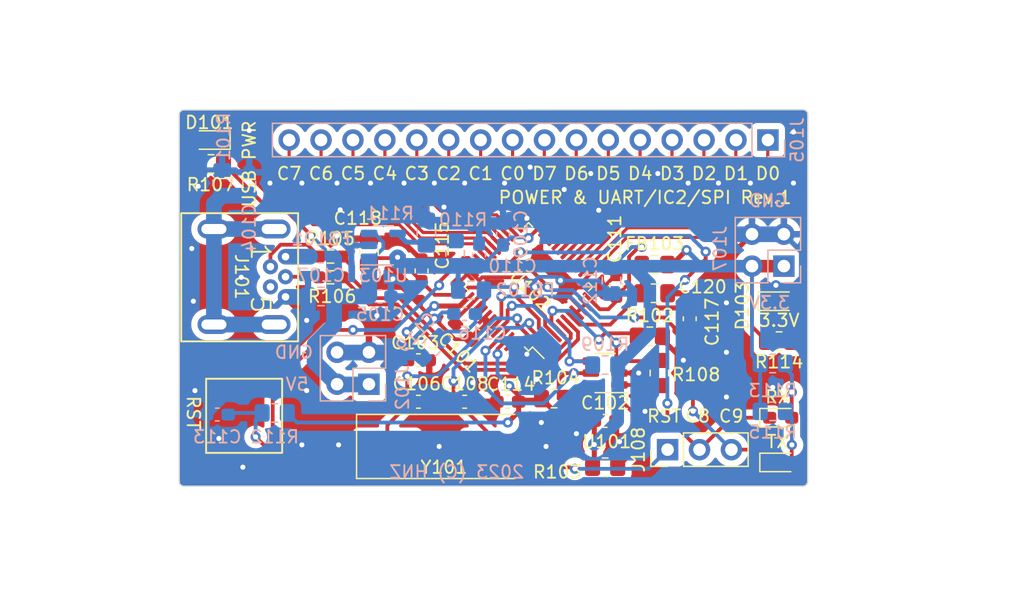
<source format=kicad_pcb>
(kicad_pcb (version 20221018) (generator pcbnew)
  (layers (0 "F.Cu" signal) (31 "B.Cu" signal) (34 "B.Paste" user) (35 "F.Paste" user) (36 "B.SilkS" user "B.Silkscreen") (37 "F.SilkS" user "F.Silkscreen") (38 "B.Mask" user) (39 "F.Mask" user) (44 "Edge.Cuts" user))
  (net 0 "")
  (net 1 "Net-(C101-Pad1)")
  (net 2 "GND")
  (net 3 "+3.3V")
  (net 4 "Net-(C106-Pad1)")
  (net 5 "Net-(D101-Pad2)")
  (net 6 "Net-(D102-Pad2)")
  (net 7 "Net-(FB101-Pad1)")
  (net 8 "Net-(J101-Pad3)")
  (net 9 "Net-(J101-Pad2)")
  (net 10 "Net-(R103-Pad2)")
  (net 12 "Net-(C103-Pad1)")
  (net 13 "Net-(C104-Pad1)")
  (net 14 "Net-(C105-Pad1)")
  (net 15 "Net-(C108-Pad1)")
  (net 16 "/~{RESET}")
  (net 17 "/VPHY")
  (net 18 "/VPLL")
  (net 19 "/ACBUS8")
  (net 20 "Net-(D103-Pad2)")
  (net 21 "/ACBUS9")
  (net 22 "Net-(D104-Pad2)")
  (net 23 "/ADBUS0")
  (net 24 "/ADBUS1")
  (net 25 "/ADBUS2")
  (net 26 "/ADBUS3")
  (net 27 "/ADBUS4")
  (net 28 "/ADBUS5")
  (net 29 "/ADBUS6")
  (net 30 "/ADBUS7")
  (net 31 "/ACBUS0")
  (net 32 "/ACBUS1")
  (net 33 "/ACBUS2")
  (net 34 "/ACBUS3")
  (net 35 "/ACBUS4")
  (net 36 "/ACBUS5")
  (net 37 "/ACBUS6")
  (net 38 "/ACBUS7")
  (net 39 "Net-(R102-Pad1)")
  (net 40 "Net-(R104-Pad2)")
  (net 41 "Net-(R105-Pad2)")
  (net 42 "Net-(R106-Pad2)")
  (net 43 "Net-(R108-Pad1)")
  (net 44 "Net-(R109-Pad2)")
  (net 45 "Net-(R110-Pad2)")
  (footprint "tbctl:LED_0603_1608Metric_Pad1.05x0.95mm_HandSolder" (layer "F.Cu") (at 111.252 53.34)
    (fp_text reference "D103")
    (fp_text value "LED RED")
  )
  (footprint "Package_TO_SOT_SMD:SOT-23-6" (layer "F.Cu") (at 97.409 59.055 180)
    (fp_text reference "U101")
    (fp_text value "93LCxxBxxOT")
  )
  (footprint "tbctl:LED_0603_1608Metric_Pad1.05x0.95mm_HandSolder" (layer "F.Cu") (at 65.913 40.513 180)
    (fp_text reference "D101")
    (fp_text value "LED RED")
  )
  (footprint "Capacitor_SMD:C_0805_2012Metric_Pad1.18x1.45mm_HandSolder" (layer "F.Cu") (at 101.346 52.705)
    (fp_text reference "C120")
    (fp_text value "4.7uF/50v")
  )
  (footprint "Capacitor_SMD:C_0603_1608Metric_Pad1.08x0.95mm_HandSolder" (layer "F.Cu") (at 82.804 50.927 90)
    (fp_text reference "C115")
    (fp_text value "0.1uF/50v")
  )
  (footprint "tbctl:usb mini B connector c2235 dim 2" (layer "F.Cu") (at 67.976 51.395 -90)
    (fp_text reference "J101")
    (fp_text value "USB_B_Mini")
  )
  (footprint "Capacitor_SMD:C_0603_1608Metric_Pad1.08x0.95mm_HandSolder" (layer "F.Cu") (at 89.662 61.341 180)
    (fp_text reference "C114")
    (fp_text value "0.1uF/50v")
  )
  (footprint "tbctl:R_0805_2012Metric_Pad1.20x1.40mm_HandSolder" (layer "F.Cu") (at 100.965 56.134)
    (fp_text reference "R102")
    (fp_text value "12K 1%")
  )
  (footprint "Capacitor_SMD:C_0603_1608Metric_Pad1.08x0.95mm_HandSolder" (layer "F.Cu") (at 104.14 54.737 -90)
    (fp_text reference "C117")
    (fp_text value "0.1uF/50v")
  )
  (footprint "tbctl:LED_0603_1608Metric_Pad1.05x0.95mm_HandSolder" (layer "F.Cu") (at 111.379 62.611)
    (fp_text reference "D102" hide)
    (fp_text value "LED RED")
  )
  (footprint "Capacitor_SMD:C_0603_1608Metric_Pad1.08x0.95mm_HandSolder" (layer "F.Cu") (at 97.409 62.865)
    (fp_text reference "C102")
    (fp_text value "0.1uF/50v")
  )
  (footprint "tbctl:R_0805_2012Metric_Pad1.20x1.40mm_HandSolder" (layer "F.Cu") (at 97.409 66.548)
    (fp_text reference "R103")
    (fp_text value "10K")
  )
  (footprint "Resistor_SMD:R_0603_1608Metric_Pad0.98x0.95mm_HandSolder" (layer "F.Cu") (at 75.565 51.435)
    (fp_text reference "R106")
    (fp_text value "0R")
  )
  (footprint "Package_QFP:LQFP-48_7x7mm_P0.5mm" (layer "F.Cu") (at 91.313 52.197 135)
    (fp_text reference "U102")
    (fp_text value "FT232HL")
  )
  (footprint "tbctl:R_0805_2012Metric_Pad1.20x1.40mm_HandSolder" (layer "F.Cu") (at 93.345 61.087)
    (fp_text reference "R104")
    (fp_text value "10K")
  )
  (footprint "Crystal:Crystal_SMD_HC49-SD" (layer "F.Cu") (at 84.328 64.897)
    (fp_text reference "Y101")
    (fp_text value "Crystal 12MHz")
  )
  (footprint "tbctl:R_0805_2012Metric_Pad1.20x1.40mm_HandSolder" (layer "F.Cu") (at 101.727 59.055 -90)
    (fp_text reference "R108")
    (fp_text value "2K")
  )
  (footprint "Capacitor_SMD:C_0603_1608Metric_Pad1.08x0.95mm_HandSolder" (layer "F.Cu") (at 98.298 52.07 90)
    (fp_text reference "C111")
    (fp_text value "0.1uF/50v")
  )
  (footprint "tbctl:TS-06104" (layer "F.Cu") (at 68.707 65.659 90)
    (fp_text reference "SW101" hide)
    (fp_text value "TS-06104" hide)
  )
  (footprint "Capacitor_SMD:C_0603_1608Metric_Pad1.08x0.95mm_HandSolder" (layer "F.Cu") (at 82.55 58.039)
    (fp_text reference "C103")
    (fp_text value "0.1uF/50v")
  )
  (footprint "Connector_PinHeader_2.54mm:PinHeader_1x03_P2.54mm_Vertical" (layer "F.Cu") (at 102.377 65.151 90)
    (fp_text reference "J108")
    (fp_text value "PinHeader_01x03_vertical_2.54mm")
  )
  (footprint "Capacitor_SMD:C_0603_1608Metric_Pad1.08x0.95mm_HandSolder" (layer "F.Cu") (at 86.106 55.753 -45)
    (fp_text reference "C101")
    (fp_text value "0.1uF/50v")
  )
  (footprint "tbctl:R_0805_2012Metric_Pad1.20x1.40mm_HandSolder" (layer "F.Cu") (at 66.04 42.418 180)
    (fp_text reference "R107")
    (fp_text value "1K")
  )
  (footprint "Resistor_SMD:R_0603_1608Metric_Pad0.98x0.95mm_HandSolder" (layer "F.Cu") (at 75.565 49.784)
    (fp_text reference "R105")
    (fp_text value "0R")
  )
  (footprint "Capacitor_SMD:C_0805_2012Metric_Pad1.18x1.45mm_HandSolder" (layer "F.Cu") (at 78.613 49.403 90)
    (fp_text reference "C118")
    (fp_text value "4.7uF/50v")
  )
  (footprint "tbctl:LED_0603_1608Metric_Pad1.05x0.95mm_HandSolder" (layer "F.Cu") (at 111.379 66.167)
    (fp_text reference "D104" hide)
    (fp_text value "LED RED")
  )
  (footprint "Capacitor_SMD:C_0603_1608Metric_Pad1.08x0.95mm_HandSolder" (layer "F.Cu") (at 82.55 61.341)
    (fp_text reference "C106")
    (fp_text value "27pF/50v")
  )
  (footprint "tbctl:R_0805_2012Metric_Pad1.20x1.40mm_HandSolder" (layer "F.Cu") (at 111.252 56.515)
    (fp_text reference "R114")
    (fp_text value "330")
  )
  (footprint "Inductor_SMD:L_0805_2012Metric_Pad1.15x1.40mm_HandSolder" (layer "F.Cu") (at 101.346 50.419 180)
    (fp_text reference "FB103")
    (fp_text value "BK2125HS601-T")
  )
  (footprint "Capacitor_SMD:C_0603_1608Metric_Pad1.08x0.95mm_HandSolder" (layer "F.Cu") (at 86.233 61.341)
    (fp_text reference "C108")
    (fp_text value "27pF/50v")
  )
  (footprint "Capacitor_SMD:C_0603_1608Metric_Pad1.08x0.95mm_HandSolder" (layer "B.Cu") (at 69.088 43.942 90)
    (fp_text reference "C104")
    (fp_text value "0.1uF/50v")
  )
  (footprint "Package_TO_SOT_SMD:SOT-23-5" (layer "B.Cu") (at 79.756 48.895)
    (fp_text reference "U103")
    (fp_text value "SPX3819M5-L" hide)
  )
  (footprint "tbctl:R_0805_2012Metric_Pad1.20x1.40mm_HandSolder" (layer "B.Cu") (at 83.185 47.879 90)
    (fp_text reference "R111")
    (fp_text value "12K 1%")
  )
  (footprint "Capacitor_SMD:C_0805_2012Metric_Pad1.18x1.45mm_HandSolder" (layer "B.Cu") (at 74.803 52.959 180)
    (fp_text reference "C107")
    (fp_text value "10uF/16v" hide)
  )
  (footprint "Connector_PinHeader_2.54mm:PinHeader_1x16_P2.54mm_Vertical" (layer "B.Cu") (at 110.363 40.513 90)
    (fp_text reference "J105")
    (fp_text value "PinHeader 01x16 DOWN-PORT" hide)
  )
  (footprint "Capacitor_SMD:C_0603_1608Metric_Pad1.08x0.95mm_HandSolder" (layer "B.Cu") (at 79.502 52.959)
    (fp_text reference "C105")
    (fp_text value "0.1uF/50v")
  )
  (footprint "tbctl:R_0805_2012Metric_Pad1.20x1.40mm_HandSolder" (layer "B.Cu") (at 71.12 62.23 180)
    (fp_text reference "R112")
    (fp_text value "10K")
  )
  (footprint "tbctl:R_0805_2012Metric_Pad1.20x1.40mm_HandSolder" (layer "B.Cu") (at 110.744 62.103)
    (fp_text reference "R115")
    (fp_text value "220")
  )
  (footprint "Connector_PinHeader_2.54mm:PinHeader_2x02_P2.54mm_Vertical" (layer "B.Cu") (at 78.613 59.944 90)
    (fp_text reference "J102")
    (fp_text value "PinHeader 02x02 5V")
  )
  (footprint "tbctl:R_0805_2012Metric_Pad1.20x1.40mm_HandSolder" (layer "B.Cu") (at 110.744 58.293)
    (fp_text reference "R113")
    (fp_text value "220")
  )
  (footprint "Capacitor_SMD:C_0603_1608Metric_Pad1.08x0.95mm_HandSolder" (layer "B.Cu") (at 89.281 48.006 90)
    (fp_text reference "C109")
    (fp_text value "0.1uF/50v")
  )
  (footprint "Connector_PinHeader_2.54mm:PinHeader_2x02_P2.54mm_Vertical" (layer "B.Cu") (at 111.633 50.546 90)
    (fp_text reference "J107")
    (fp_text value "PinHeader 02x02 3.3V")
  )
  (footprint "tbctl:L_0603_1608Metric_Pad1.05x0.95mm_HandSolder" (layer "B.Cu") (at 74.803 49.784)
    (fp_text reference "FB101")
    (fp_text value "BLM18RK102SN1" hide)
  )
  (footprint "Capacitor_SMD:C_0603_1608Metric_Pad1.08x0.95mm_HandSolder" (layer "B.Cu") (at 87.376 49.657 90)
    (fp_text reference "C110")
    (fp_text value "0.1uF/50v")
  )
  (footprint "Capacitor_SMD:C_0603_1608Metric_Pad1.08x0.95mm_HandSolder" (layer "B.Cu") (at 86.233 54.356 180)
    (fp_text reference "C116")
    (fp_text value "0.1uF/50v")
  )
  (footprint "Inductor_SMD:L_0805_2012Metric_Pad1.15x1.40mm_HandSolder" (layer "B.Cu") (at 86.741 52.451)
    (fp_text reference "FB102")
    (fp_text value "BK2125HS601-T")
  )
  (footprint "tbctl:R_0805_2012Metric_Pad1.20x1.40mm_HandSolder" (layer "B.Cu") (at 97.409 58.42 180)
    (fp_text reference "R109")
    (fp_text value "10K")
  )
  (footprint "Capacitor_SMD:C_0603_1608Metric_Pad1.08x0.95mm_HandSolder" (layer "B.Cu") (at 66.548 62.357 180)
    (fp_text reference "C113")
    (fp_text value "0.1uF/50v")
  )
  (footprint "Capacitor_SMD:C_0805_2012Metric_Pad1.18x1.45mm_HandSolder" (layer "B.Cu") (at 97.917 51.689 -90)
    (fp_text reference "C112")
    (fp_text value "10uF/16v")
  )
  (footprint "Capacitor_SMD:C_0805_2012Metric_Pad1.18x1.45mm_HandSolder" (layer "B.Cu") (at 83.566 57.023 -135)
    (fp_text reference "C119")
    (fp_text value "4.7uF/50v")
  )
  (footprint "tbctl:R_0805_2012Metric_Pad1.20x1.40mm_HandSolder" (layer "B.Cu") (at 66.929 43.942 90)
    (fp_text reference "R101")
    (fp_text value "10K")
  )
  (footprint "tbctl:R_0805_2012Metric_Pad1.20x1.40mm_HandSolder" (layer "B.Cu") (at 85.471 49.53 90)
    (fp_text reference "R110")
    (fp_text value "20K 1%")
  )
  (gr_line (start 113.538 38.481) (end 113.522592 67.675592) (stroke (width 0.1)) (layer "Edge.Cuts"))
  (gr_line (start 63.896408 38.115408) (end 113.157 38.1) (stroke (width 0.1)) (layer "Edge.Cuts"))
  (gr_arc (start 63.515408 38.496408) (mid 63.627 38.227) (end 63.896408 38.115408) (stroke (width 0.1)) (layer "Edge.Cuts"))
  (gr_arc (start 113.522592 67.675592) (mid 113.411 67.945) (end 113.141592 68.056592) (stroke (width 0.1)) (layer "Edge.Cuts"))
  (gr_arc (start 113.157 38.1) (mid 113.426408 38.211592) (end 113.538 38.481) (stroke (width 0.1)) (layer "Edge.Cuts"))
  (gr_line (start 63.515408 67.675592) (end 63.515408 38.496408) (stroke (width 0.1)) (layer "Edge.Cuts"))
  (gr_arc (start 63.896408 68.056592) (mid 63.627 67.945) (end 63.515408 67.675592) (stroke (width 0.1)) (layer "Edge.Cuts"))
  (gr_line (start 113.141592 68.056592) (end 63.896408 68.056592) (stroke (width 0.1)) (layer "Edge.Cuts"))
  (gr_text "5V" (at 72.898 59.944) (layer "B.SilkS") (effects (font (size 1 1)) (justify mirror)))
  (gr_text "3.3V" (at 110.49 53.467) (layer "B.SilkS") (effects (font (size 1 1)) (justify mirror)))
  (gr_text "2023 (C) HNZ" (at 85.598 66.929) (layer "B.SilkS") (effects (font (size 1 1)) (justify mirror)))
  (gr_text "GND" (at 72.644 57.404) (layer "B.SilkS") (effects (font (size 1 1)) (justify mirror)))
  (gr_text "GND" (at 110.363 45.339) (layer "B.SilkS") (effects (font (size 1 1)) (justify mirror)))
  (gr_text "C7" (at 72.263 43.18) (layer "F.SilkS") (effects (font (size 1 1))))
  (gr_text "3.3V" (at 111.252 54.864) (layer "F.SilkS") (effects (font (size 1 1))))
  (gr_text "D0" (at 110.363 43.18) (layer "F.SilkS") (effects (font (size 1 1))))
  (gr_text "C1" (at 87.503 43.18) (layer "F.SilkS") (effects (font (size 1 1))))
  (gr_text "C0" (at 90.043 43.18) (layer "F.SilkS") (effects (font (size 1 1))))
  (gr_text "C5" (at 77.343 43.18) (layer "F.SilkS") (effects (font (size 1 1))))
  (gr_text "RX" (at 111.125 60.96) (layer "F.SilkS") (effects (font (size 1 1))))
  (gr_text "TX" (at 111.125 64.516) (layer "F.SilkS") (effects (font (size 1 1))))
  (gr_text "C2" (at 84.963 43.18) (layer "F.SilkS") (effects (font (size 1 1))))
  (gr_text "C3" (at 82.423 43.18) (layer "F.SilkS") (effects (font (size 1 1))))
  (gr_text "C4" (at 79.883 43.18) (layer "F.SilkS") (effects (font (size 1 1))))
  (gr_text "RST" (at 102.108 62.484) (layer "F.SilkS") (effects (font (size 1 1))))
  (gr_text "D2" (at 105.283 43.18) (layer "F.SilkS") (effects (font (size 1 1))))
  (gr_text "C9" (at 107.442 62.484) (layer "F.SilkS") (effects (font (size 1 1))))
  (gr_text "C8" (at 104.775 62.484) (layer "F.SilkS") (effects (font (size 1 1))))
  (gr_text "D4" (at 100.203 43.18) (layer "F.SilkS") (effects (font (size 1 1))))
  (gr_text "POWER & UART/IC2/SPI Rev.1" (at 100.584 45.085) (layer "F.SilkS") (effects (font (size 1 1))))
  (gr_text "C6" (at 74.803 43.18) (layer "F.SilkS") (effects (font (size 1 1))))
  (gr_text "D1" (at 107.823 43.18) (layer "F.SilkS") (effects (font (size 1 1))))
  (gr_text "RST" (at 64.643 62.23 270) (layer "F.SilkS") (effects (font (size 1 1))))
  (gr_text "D5" (at 97.663 43.18) (layer "F.SilkS") (effects (font (size 1 1))))
  (gr_text "D7" (at 92.583 43.18) (layer "F.SilkS") (effects (font (size 1 1))))
  (gr_text "D3" (at 102.743 43.18) (layer "F.SilkS") (effects (font (size 1 1))))
  (gr_text "USB PWR" (at 69.088 42.418 90) (layer "F.SilkS") (effects (font (size 1 1))))
  (gr_text "D6" (at 95.123 43.18) (layer "F.SilkS") (effects (font (size 1 1))))
  (segment (start 86.778678 53.549342) (end 85.49612 54.8319) (width 0.3) (layer "F.Cu") (net 1))
  (segment (start 85.49612 54.8319) (end 85.49612 55.14312) (width 0.3) (layer "F.Cu") (net 1))
  (segment (start 85.462377 56.36288) (end 86.71588 56.36288) (width 0.3) (layer "F.Cu") (net 2))
  (segment (start 87.376 51.689) (end 86.778678 51.091678) (width 0.3) (layer "F.Cu") (net 2))
  (segment (start 104.14 55.5995) (end 105.283 54.4565) (width 0.4) (layer "F.Cu") (net 2))
  (segment (start 110.377 52.691) (end 110.998 52.07) (width 0.4) (layer "F.Cu") (net 2))
  (segment (start 92.89562 46.355) (end 91.567 46.355) (width 0.3) (layer "F.Cu") (net 2))
  (segment (start 86.778678 51.091678) (end 86.778678 50.844658) (width 0.3) (layer "F.Cu") (net 2))
  (segment (start 87.63 51.435) (end 87.376 51.689) (width 0.3) (layer "F.Cu") (net 2))
  (segment (start 105.4735 51.6255) (end 109.088 48.011) (width 0.4) (layer "F.Cu") (net 2))
  (segment (start 93.018895 48.016231) (end 92.329 48.706126) (width 0.3) (layer "F.Cu") (net 2))
  (segment (start 88.192891 54.963555) (end 87.839338 54.610002) (width 0.3) (layer "F.Cu") (net 2))
  (segment (start 83.822081 54.722584) (end 85.462377 56.36288) (width 0.3) (layer "F.Cu") (net 2))
  (segment (start 83.822081 54.722584) (end 83.678584 54.722584) (width 0.3) (layer "F.Cu") (net 2))
  (segment (start 98.5465 59.055) (end 100.076 59.055) (width 0.3) (layer "F.Cu") (net 2))
  (segment (start 93.258279 47.069739) (end 93.258279 46.717659) (width 0.3) (layer "F.Cu") (net 2))
  (segment (start 101.965 56.372) (end 103.632 58.039) (width 0.4) (layer "F.Cu") (net 2))
  (segment (start 76.3055 48.3655) (end 76.073 48.133) (width 0.4) (layer "F.Cu") (net 2))
  (segment (start 91.804503 52.197) (end 91.042503 51.435) (width 0.3) (layer "F.Cu") (net 2))
  (segment (start 91.948 59.563) (end 91.71225 59.32725) (width 0.3) (layer "F.Cu") (net 2))
  (segment (start 110.377 53.34) (end 110.377 52.691) (width 0.4) (layer "F.Cu") (net 2))
  (segment (start 92.329 50.165) (end 93.853 51.689) (width 0.3) (layer "F.Cu") (net 2))
  (segment (start 81.105 48.3655) (end 82.804 50.0645) (width 0.4) (layer "F.Cu") (net 2))
  (segment (start 87.0955 60.6055) (end 87.0955 61.341) (width 0.3) (layer "F.Cu") (net 2))
  (segment (start 92.665342 47.662678) (end 93.018895 48.016231) (width 0.3) (layer "F.Cu") (net 2))
  (segment (start 88.37375 59.32725) (end 87.0955 60.6055) (width 0.3) (layer "F.Cu") (net 2))
  (segment (start 92.329 48.706126) (end 92.329 50.165) (width 0.3) (layer "F.Cu") (net 2))
  (segment (start 91.042503 51.435) (end 87.63 51.435) (width 0.3) (layer "F.Cu") (net 2))
  (segment (start 89.960658 56.731322) (end 90.365822 56.731322) (width 0.3) (layer "F.Cu") (net 2))
  (segment (start 102.3835 52.705) (end 104.394 52.705) (width 0.4) (layer "F.Cu") (net 2))
  (segment (start 93.258279 46.717659) (end 92.89562 46.355) (width 0.3) (layer "F.Cu") (net 2))
  (segment (start 78.613 48.3655) (end 76.3055 48.3655) (width 0.4) (layer "F.Cu") (net 2))
  (segment (start 87.921676 54.69234) (end 88.192891 54.963555) (width 0.3) (layer "F.Cu") (net 2))
  (segment (start 86.778678 50.844658) (end 86.425124 51.198212) (width 0.3) (layer "F.Cu") (net 2))
  (segment (start 91.567 46.355) (end 91.186 46.736) (width 0.3) (layer "F.Cu") (net 2))
  (segment (start 105.283 54.4565) (end 105.283 51.816) (width 0.4) (layer "F.Cu") (net 2))
  (segment (start 90.365822 56.731322) (end 91.186 57.5515) (width 0.3) (layer "F.Cu") (net 2))
  (segment (start 87.839338 55.239422) (end 86.71588 56.36288) (width 0.3) (layer "F.Cu") (net 2))
  (segment (start 92.665342 47.662678) (end 93.258279 47.069739) (width 0.3) (layer "F.Cu") (net 2))
  (segment (start 98.298 51.2075) (end 97.256203 52.249297) (width 0.3) (layer "F.Cu") (net 2))
  (segment (start 95.140215 54.256449) (end 95.847322 53.549342) (width 0.3) (layer "F.Cu") (net 2))
  (segment (start 101.965 56.134) (end 101.965 56.372) (width 0.4) (layer "F.Cu") (net 2))
  (segment (start 93.372449 56.024215) (end 92.633064 55.28483) (width 0.3) (layer "F.Cu") (net 2))
  (segment (start 87.839338 54.610002) (end 87.839338 55.239422) (width 0.3) (layer "F.Cu") (net 2))
  (segment (start 91.804503 53.736664) (end 92.633064 54.565225) (width 0.3) (layer "F.Cu") (net 2))
  (segment (start 83.678584 54.722584) (end 80.518 51.562) (width 0.3) (layer "F.Cu") (net 2))
  (segment (start 104.394 52.705) (end 105.4735 51.6255) (width 0.4) (layer "F.Cu") (net 2))
  (segment (start 78.613 48.3655) (end 81.105 48.3655) (width 0.4) (layer "F.Cu") (net 2))
  (segment (start 91.71225 59.32725) (end 88.37375 59.32725) (width 0.3) (layer "F.Cu") (net 2))
  (segment (start 94.413297 52.249297) (end 93.853 51.689) (width 0.3) (layer "F.Cu") (net 2))
  (segment (start 91.804503 52.197) (end 91.804503 53.736664) (width 0.3) (layer "F.Cu") (net 2))
  (segment (start 92.633064 55.28483) (end 92.633064 54.565225) (width 0.3) (layer "F.Cu") (net 2))
  (segment (start 105.283 51.816) (end 105.4735 51.6255) (width 0.4) (layer "F.Cu") (net 2))
  (segment (start 97.256203 52.249297) (end 94.413297 52.249297) (width 0.3) (layer "F.Cu") (net 2))
  (via (at 96.901 46.101) (size 0.8) (drill 0.4) (layers "F.Cu" "B.Cu") (net 2))
  (via (at 91.44 42.672) (size 0.8) (drill 0.4) (layers "F.Cu" "B.Cu") (net 2))
  (via (at 64.77 60.452) (size 0.8) (drill 0.4) (layers "F.Cu" "B.Cu") (net 2))
  (via (at 86.233 43.942) (size 0.8) (drill 0.4) (layers "F.Cu" "B.Cu") (net 2))
  (via (at 107.061 53.467) (size 0.8) (drill 0.4) (layers "F.Cu" "B.Cu") (net 2))
  (via (at 92.329 62.992) (size 0.8) (drill 0.4) (layers "F.Cu" "B.Cu") (net 2))
  (via (at 73.279 43.942) (size 0.8) (drill 0.4) (layers "F.Cu" "B.Cu") (net 2))
  (via (at 73.66 60.452) (size 0.8) (drill 0.4) (layers "F.Cu" "B.Cu") (net 2))
  (via (at 107.061 57.404) (size 0.8) (drill 0.4) (layers "F.Cu" "B.Cu") (net 2))
  (via (at 89.408 43.942) (size 0.8) (drill 0.4) (layers "F.Cu" "B.Cu") (net 2))
  (via (at 96.266 43.18) (size 0.8) (drill 0.4) (layers "F.Cu" "B.Cu") (net 2))
  (via (at 112.395 43.942) (size 0.8) (drill 0.4) (layers "F.Cu" "B.Cu") (net 2))
  (via (at 73.66 54.864) (size 0.8) (drill 0.4) (layers "F.Cu" "B.Cu") (net 2))
  (via (at 64.516 49.149) (size 0.8) (drill 0.4) (layers "F.Cu" "B.Cu") (net 2))
  (via (at 73.279 64.77) (size 0.8) (drill 0.4) (layers "F.Cu" "B.Cu") (net 2))
  (via (at 103.632 58.039) (size 0.8) (drill 0.4) (layers "F.Cu" "B.Cu") (net 2))
  (via (at 86.868 59.817) (size 0.8) (drill 0.4) (layers "F.Cu" "B.Cu") (net 2))
  (via (at 106.426 43.942) (size 0.8) (drill 0.4) (layers "F.Cu" "B.Cu") (net 2))
  (via (at 110.998 52.07) (size 0.8) (drill 0.4) (layers "F.Cu" "B.Cu") (net 2))
  (via (at 68.453 51.435) (size 0.8) (drill 0.4) (layers "F.Cu" "B.Cu") (net 2))
  (via (at 79.248 54.483) (size 0.8) (drill 0.4) (layers "F.Cu" "B.Cu") (net 2))
  (via (at 91.948 59.563) (size 0.8) (drill 0.4) (layers "F.Cu" "B.Cu") (net 2))
  (via (at 78.74 43.942) (size 0.8) (drill 0.4) (layers "F.Cu" "B.Cu") (net 2))
  (via (at 84.201 64.897) (size 0.8) (drill 0.4) (layers "F.Cu" "B.Cu") (net 2))
  (via (at 91.186 57.5515) (size 0.8) (drill 0.4) (layers "F.Cu" "B.Cu") (net 2))
  (via (at 70.739 43.942) (size 0.8) (drill 0.4) (layers "F.Cu" "B.Cu") (net 2))
  (via (at 66.675 64.262) (size 0.8) (drill 0.4) (layers "F.Cu" "B.Cu") (net 2))
  (via (at 76.2 64.77) (size 0.8) (drill 0.4) (layers "F.Cu" "B.Cu") (net 2))
  (via (at 95.123 63.881) (size 0.8) (drill 0.4) (layers "F.Cu" "B.Cu") (net 2))
  (via (at 91.186 46.736) (size 0.8) (drill 0.4) (layers "F.Cu" "B.Cu") (net 2))
  (via (at 100.584 62.103) (size 0.8) (drill 0.4) (layers "F.Cu" "B.Cu") (net 2))
  (via (at 92.71 64.897) (size 0.8) (drill 0.4) (layers "F.Cu" "B.Cu") (net 2))
  (via (at 112.395 39.878) (size 0.8) (drill 0.4) (layers "F.Cu" "B.Cu") (net 2))
  (via (at 84.582 45.847) (size 0.8) (drill 0.4) (layers "F.Cu" "B.Cu") (net 2))
  (via (at 83.82 43.942) (size 0.8) (drill 0.4) (layers "F.Cu" "B.Cu") (net 2))
  (via (at 81.407 43.942) (size 0.8) (drill 0.4) (layers "F.Cu" "B.Cu") (net 2))
  (via (at 93.853 51.689) (size 0.8) (drill 0.4) (layers "F.Cu" "B.Cu") (net 2))
  (via (at 65.024 44.196) (size 0.8) (drill 0.4) (layers "F.Cu" "B.Cu") (net 2))
  (via (at 98.552 64.516) (size 0.8) (drill 0.4) (layers "F.Cu" "B.Cu") (net 2))
  (via (at 94.152 44.45) (size 0.8) (drill 0.4) (layers "F.Cu" "B.Cu") (net 2))
  (via (at 68.58 66.548) (size 0.8) (drill 0.4) (layers "F.Cu" "B.Cu") (net 2))
  (via (at 76.073 48.133) (size 0.8) (drill 0.4) (layers "F.Cu" "B.Cu") (net 2))
  (via (at 80.518 51.562) (size 0.8) (drill 0.4) (layers "F.Cu" "B.Cu") (net 2))
  (via (at 69.088 39.751) (size 0.8) (drill 0.4) (layers "F.Cu" "B.Cu") (net 2))
  (via (at 110.744 60.198) (size 0.8) (drill 0.4) (layers "F.Cu" "B.Cu") (net 2))
  (via (at 91.804503 52.197) (size 0.8) (drill 0.4) (layers "F.Cu" "B.Cu") (net 2))
  (via (at 83.822081 54.722584) (size 0.8) (drill 0.4) (layers "F.Cu" "B.Cu") (net 2))
  (via (at 76.327 46.0695) (size 0.8) (drill 0.4) (layers "F.Cu" "B.Cu") (net 2))
  (via (at 104.013 43.942) (size 0.8) (drill 0.4) (layers "F.Cu" "B.Cu") (net 2))
  (via (at 100.076 59.055) (size 0.8) (drill 0.4) (layers "F.Cu" "B.Cu") (net 2))
  (via (at 107.061 60.96) (size 0.8) (drill 0.4) (layers "F.Cu" "B.Cu") (net 2))
  (via (at 101.6 43.18) (size 0.8) (drill 0.4) (layers "F.Cu" "B.Cu") (net 2))
  (via (at 64.643 53.34) (size 0.8) (drill 0.4) (layers "F.Cu" "B.Cu") (net 2))
  (via (at 108.966 43.942) (size 0.8) (drill 0.4) (layers "F.Cu" "B.Cu") (net 2))
  (via (at 76.073 43.942) (size 0.8) (drill 0.4) (layers "F.Cu" "B.Cu") (net 2))
  (segment (start 73.7655 54.7585) (end 73.66 54.864) (width 1.25) (layer "B.Cu") (net 2))
  (segment (start 65.6855 62.218675) (end 70.881175 57.023) (width 1) (layer "B.Cu") (net 2))
  (segment (start 100.076 61.595) (end 100.584 62.103) (width 0.3) (layer "B.Cu") (net 2))
  (segment (start 81.387 57.424) (end 82.499754 57.424) (width 1.25) (layer "B.Cu") (net 2))
  (segment (start 94.152 44.45) (end 91.739 46.863) (width 1.25) (layer "B.Cu") (net 2))
  (segment (start 105.396858 48.011) (end 101.835858 44.45) (width 1.25) (layer "B.Cu") (net 2))
  (segment (start 73.7295 52.995) (end 73.7655 52.959) (width 1.25) (layer "B.Cu") (net 2))
  (segment (start 101.835858 44.45) (end 94.152 44.45) (width 1.25) (layer "B.Cu") (net 2))
  (segment (start 92.109 51.401) (end 93.565 51.401) (width 0.3) (layer "B.Cu") (net 2))
  (segment (start 110.998 52.07) (end 112.395 52.07) (width 0.4) (layer "B.Cu") (net 2))
  (segment (start 78.608 57.424) (end 81.387 57.424) (width 1.25) (layer "B.Cu") (net 2))
  (segment (start 84.455 54.229) (end 85.2435 54.229) (width 0.3) (layer "B.Cu") (net 2))
  (segment (start 96.8795 51.689) (end 97.917 52.7265) (width 0.3) (layer "B.Cu") (net 2))
  (segment (start 113.03 51.435) (end 113.03 49.413) (width 0.4) (layer "B.Cu") (net 2))
  (segment (start 76.068 57.424) (end 78.608 57.424) (width 1.25) (layer "B.Cu") (net 2))
  (segment (start 91.739 46.863) (end 89.789 46.863) (width 1.25) (layer "B.Cu") (net 2))
  (segment (start 76.327 46.0695) (end 76.327 47.879) (width 1) (layer "B.Cu") (net 2))
  (segment (start 113.03 49.413) (end 111.628 48.011) (width 0.4) (layer "B.Cu") (net 2))
  (segment (start 112.395 52.07) (end 113.03 51.435) (width 0.4) (layer "B.Cu") (net 2))
  (segment (start 83.822081 54.722584) (end 81.387 57.157665) (width 0.4) (layer "B.Cu") (net 2))
  (segment (start 82.499754 57.424) (end 82.832377 57.756623) (width 1.25) (layer "B.Cu") (net 2))
  (segment (start 83.961416 54.722584) (end 84.455 54.229) (width 0.3) (layer "B.Cu") (net 2))
  (segment (start 83.822081 54.722584) (end 83.961416 54.722584) (width 0.3) (layer "B.Cu") (net 2))
  (segment (start 78.6185 48.895) (end 76.835 48.895) (width 0.4) (layer "B.Cu") (net 2))
  (segment (start 111.628 48.011) (end 105.396858 48.011) (width 1.25) (layer "B.Cu") (net 2))
  (segment (start 91.804503 52.197) (end 91.804503 51.705497) (width 0.3) (layer "B.Cu") (net 2))
  (segment (start 73.7655 52.959) (end 73.7655 54.7585) (width 1.25) (layer "B.Cu") (net 2))
  (segment (start 76.327 47.879) (end 76.073 48.133) (width 1) (layer "B.Cu") (net 2))
  (segment (start 76.327 46.0695) (end 78.4545 46.0695) (width 1) (layer "B.Cu") (net 2))
  (segment (start 100.076 59.055) (end 100.076 61.595) (width 0.3) (layer "B.Cu") (net 2))
  (segment (start 82.407 46.101) (end 83.185 46.879) (width 1) (layer "B.Cu") (net 2))
  (segment (start 93.853 51.689) (end 96.8795 51.689) (width 0.3) (layer "B.Cu") (net 2))
  (segment (start 70.881175 57.023) (end 72.167167 57.023) (width 1) (layer "B.Cu") (net 2))
  (segment (start 91.804503 51.705497) (end 92.109 51.401) (width 0.3) (layer "B.Cu") (net 2))
  (segment (start 93.565 51.401) (end 93.853 51.689) (width 0.3) (layer "B.Cu") (net 2))
  (segment (start 72.167167 57.023) (end 73.66 55.530167) (width 1) (layer "B.Cu") (net 2))
  (segment (start 83.4495 47.1435) (end 83.185 46.879) (width 1) (layer "B.Cu") (net 2))
  (segment (start 78.486 46.101) (end 82.407 46.101) (width 1) (layer "B.Cu") (net 2))
  (segment (start 81.387 57.157665) (end 81.387 57.424) (width 0.4) (layer "B.Cu") (net 2))
  (segment (start 73.66 55.530167) (end 73.66 54.864) (width 1) (layer "B.Cu") (net 2))
  (segment (start 78.4545 46.0695) (end 78.486 46.101) (width 1) (layer "B.Cu") (net 2))
  (segment (start 89.281 47.1435) (end 83.4495 47.1435) (width 1) (layer "B.Cu") (net 2))
  (segment (start 85.2435 54.229) (end 85.3705 54.356) (width 0.3) (layer "B.Cu") (net 2))
  (segment (start 76.835 48.895) (end 76.073 48.133) (width 0.4) (layer "B.Cu") (net 2))
  (segment (start 65.6855 62.357) (end 65.6855 62.218675) (width 1) (layer "B.Cu") (net 2))
  (segment (start 71.976 52.995) (end 73.7295 52.995) (width 1.25) (layer "B.Cu") (net 2))
  (segment (start 91.313 48.307912) (end 92.311788 47.309124) (width 0.3) (layer "F.Cu") (net 3))
  (segment (start 89.78275 60.07725) (end 90.5245 60.819) (width 0.4) (layer "F.Cu") (net 3))
  (segment (start 102.743 50.419) (end 102.371 50.419) (width 0.4) (layer "F.Cu") (net 3))
  (segment (start 97.663 53.975) (end 98.298 53.34) (width 0.3) (layer "F.Cu") (net 3))
  (segment (start 96.5465 64.7435) (end 96.5465 66.4105) (width 0.4) (layer "F.Cu") (net 3))
  (segment (start 99.314 49.802472) (end 99.314 51.9165) (width 0.3) (layer "F.Cu") (net 3))
  (segment (start 96.5465 62.865) (end 96.5465 60.28) (width 0.4) (layer "F.Cu") (net 3))
  (segment (start 90.6515 61.214) (end 90.5245 61.341) (width 0.4) (layer "F.Cu") (net 3))
  (segment (start 80.8275 49.911) (end 79.1425 49.911) (width 0.3) (layer "F.Cu") (net 3))
  (segment (start 87.132231 53.902895) (end 87.194105 53.902895) (width 0.3) (layer "F.Cu") (net 3))
  (segment (start 90.5245 60.819) (end 90.5245 61.341) (width 0.4) (layer "F.Cu") (net 3))
  (segment (start 99.314 51.9165) (end 98.298 52.9325) (width 0.3) (layer "F.Cu") (net 3))
  (segment (start 96.200876 53.195788) (end 96.980088 53.975) (width 0.3) (layer "F.Cu") (net 3))
  (segment (start 111.628 50.551) (end 109.088 50.551) (width 1) (layer "F.Cu") (net 3))
  (segment (start 83.8465 52.832) (end 82.804 51.7895) (width 0.3) (layer "F.Cu") (net 3))
  (segment (start 80.8935 49.845) (end 80.8275 49.911) (width 0.3) (layer "F.Cu") (net 3))
  (segment (start 86.523087 52.249297) (end 85.940384 52.832) (width 0.3) (layer "F.Cu") (net 3))
  (segment (start 79.1425 49.911) (end 78.613 50.4405) (width 0.3) (layer "F.Cu") (net 3))
  (segment (start 110.252 56.515) (end 109.088 55.351) (width 0.3) (layer "F.Cu") (net 3))
  (segment (start 88.84507 57.139804) (end 88.84507 57.5515) (width 0.3) (layer "F.Cu") (net 3))
  (segment (start 111.633 50.546) (end 111.628 50.551) (width 1) (layer "F.Cu") (net 3))
  (segment (start 82.804 51.7555) (end 80.8935 49.845) (width 0.3) (layer "F.Cu") (net 3))
  (segment (start 98.298 53.34) (end 98.298 52.9325) (width 0.3) (layer "F.Cu") (net 3))
  (segment (start 90.5245 61.341) (end 90.5245 62.1295) (width 0.4) (layer "F.Cu") (net 3))
  (segment (start 88.138 52.959) (end 87.428297 52.249297) (width 0.3) (layer "F.Cu") (net 3))
  (segment (start 100.094472 49.022) (end 99.314 49.802472) (width 0.3) (layer "F.Cu") (net 3))
  (segment (start 92.218 61.214) (end 90.6515 61.214) (width 0.4) (layer "F.Cu") (net 3))
  (segment (start 87.428297 52.249297) (end 86.523087 52.249297) (width 0.3) (layer "F.Cu") (net 3))
  (segment (start 85.940384 52.832) (end 83.8465 52.832) (width 0.3) (layer "F.Cu") (net 3))
  (segment (start 96.5465 64.7435) (end 96.5465 62.865) (width 0.4) (layer "F.Cu") (net 3))
  (segment (start 87.194105 53.902895) (end 88.138 52.959) (width 0.3) (layer "F.Cu") (net 3))
  (segment (start 103.886 49.276) (end 102.743 50.419) (width 0.4) (layer "F.Cu") (net 3))
  (segment (start 100.33 49.022) (end 100.094472 49.022) (width 0.3) (layer "F.Cu") (net 3))
  (segment (start 96.5465 66.5375) (end 96.536 66.548) (width 0.4) (layer "F.Cu") (net 3))
  (segment (start 82.804 51.7895) (end 82.804 51.7555) (width 0.3) (layer "F.Cu") (net 3))
  (segment (start 96.980088 53.975) (end 97.663 53.975) (width 0.3) (layer "F.Cu") (net 3))
  (segment (start 90.5245 62.1295) (end 89.662 62.992) (width 0.4) (layer "F.Cu") (net 3))
  (segment (start 96.5465 66.4105) (end 96.409 66.548) (width 0.4) (layer "F.Cu") (net 3))
  (segment (start 94.123 62.865) (end 96.5465 62.865) (width 0.4) (layer "F.Cu") (net 3))
  (segment (start 109.088 55.351) (end 109.088 50.551) (width 0.3) (layer "F.Cu") (net 3))
  (segment (start 96.5465 60.28) (end 96.2715 60.005) (width 0.4) (layer "F.Cu") (net 3))
  (segment (start 92.345 61.087) (end 92.218 61.214) (width 0.4) (layer "F.Cu") (net 3))
  (segment (start 92.345 61.087) (end 94.123 62.865) (width 0.4) (layer "F.Cu") (net 3))
  (segment (start 87.485785 54.256449) (end 87.132231 53.902895) (width 0.3) (layer "F.Cu") (net 3))
  (segment (start 89.607105 56.377769) (end 88.84507 57.139804) (width 0.3) (layer "F.Cu") (net 3))
  (via (at 89.662 62.992) (size 0.8) (drill 0.4) (layers "F.Cu" "B.Cu") (net 3))
  (via (at 96.5465 64.7435) (size 0.8) (drill 0.4) (layers "F.Cu" "B.Cu") (net 3))
  (via (at 89.78275 60.07725) (size 0.8) (drill 0.4) (layers "F.Cu" "B.Cu") (net 3))
  (via (at 88.84507 57.5515) (size 0.8) (drill 0.4) (layers "F.Cu" "B.Cu") (net 3))
  (via (at 91.313 48.307912) (size 0.8) (drill 0.4) (layers "F.Cu" "B.Cu") (net 3))
  (via (at 100.33 49.022) (size 0.8) (drill 0.4) (layers "F.Cu" "B.Cu") (net 3))
  (via (at 103.886 49.276) (size 0.8) (drill 0.4) (layers "F.Cu" "B.Cu") (net 3))
  (via (at 80.8935 49.845) (size 0.8) (drill 0.4) (layers "F.Cu" "B.Cu") (net 3))
  (segment (start 109.744 62.103) (end 109.744 58.293) (width 0.3) (layer "B.Cu") (net 3))
  (segment (start 87.376 50.5195) (end 87.3655 50.53) (width 1.25) (layer "B.Cu") (net 3))
  (segment (start 99.6735 50.6515) (end 97.917 50.6515) (width 1) (layer "B.Cu") (net 3))
  (segment (start 81.264 50.53) (end 80.8935 50.1595) (width 1.25) (layer "B.Cu") (net 3))
  (segment (start 85.716 50.775) (end 85.471 50.53) (width 0.4) (layer "B.Cu") (net 3))
  (segment (start 91.313 48.307912) (end 91.265088 48.26) (width 0.3) (layer "B.Cu") (net 3))
  (segment (start 99.5465 49.022) (end 97.917 50.6515) (width 0.3) (layer "B.Cu") (net 3))
  (segment (start 100.965 51.943) (end 99.6735 50.6515) (width 1) (layer "B.Cu") (net 3))
  (segment (start 80.8935 50.1595) (end 80.8935 49.845) (width 1.25) (layer "B.Cu") (net 3))
  (segment (start 98.409 58.42) (end 100.965 55.864) (width 1) (layer "B.Cu") (net 3))
  (segment (start 87.376 50.5195) (end 87.4075 50.551) (width 1) (layer "B.Cu") (net 3))
  (segment (start 87.4075 50.551) (end 97.8165 50.551) (width 1) (layer "B.Cu") (net 3))
  (segment (start 87.3655 50.53) (end 81.264 50.53) (width 1.25) (layer "B.Cu") (net 3))
  (segment (start 87.63 50.5195) (end 89.281 48.8685) (width 0.3) (layer "B.Cu") (net 3))
  (segment (start 109.744 58.293) (end 109.093 57.642) (width 0.3) (layer "B.Cu") (net 3))
  (segment (start 89.78275 60.07725) (end 88.84507 59.13957) (width 0.3) (layer "B.Cu") (net 3))
  (segment (start 100.965 55.864) (end 100.965 51.943) (width 1) (layer "B.Cu") (net 3))
  (segment (start 88.84507 59.13957) (end 88.84507 57.5515) (width 0.3) (layer "B.Cu") (net 3))
  (segment (start 105.161 50.551) (end 103.886 49.276) (width 0.4) (layer "B.Cu") (net 3))
  (segment (start 98.0175 50.551) (end 109.088 50.551) (width 1) (layer "B.Cu") (net 3))
  (segment (start 72.882 62.992) (end 72.12 62.23) (width 0.3) (layer "B.Cu") (net 3))
  (segment (start 87.376 50.5195) (end 87.63 50.5195) (width 0.3) (layer "B.Cu") (net 3))
  (segment (start 97.917 50.6515) (end 97.8955 50.6515) (width 1.25) (layer "B.Cu") (net 3))
  (segment (start 109.093 57.642) (end 109.093 50.546) (width 0.3) (layer "B.Cu") (net 3))
  (segment (start 100.33 49.022) (end 99.5465 49.022) (width 0.3) (layer "B.Cu") (net 3))
  (segment (start 98.409 58.42) (end 98.409 62.881) (width 1) (layer "B.Cu") (net 3))
  (segment (start 97.917 50.6515) (end 98.0175 50.551) (width 1) (layer "B.Cu") (net 3))
  (segment (start 91.265088 48.26) (end 89.8895 48.26) (width 0.3) (layer "B.Cu") (net 3))
  (segment (start 85.716 52.451) (end 85.716 50.775) (width 0.4) (layer "B.Cu") (net 3))
  (segment (start 98.409 62.881) (end 96.5465 64.7435) (width 1) (layer "B.Cu") (net 3))
  (segment (start 89.662 62.992) (end 72.882 62.992) (width 0.3) (layer "B.Cu") (net 3))
  (segment (start 97.8165 50.551) (end 97.917 50.6515) (width 1) (layer "B.Cu") (net 3))
  (segment (start 89.8895 48.26) (end 89.281 48.8685) (width 0.3) (layer "B.Cu") (net 3))
  (segment (start 90.4035 54.706235) (end 90.4035 55.177295) (width 0.3) (layer "F.Cu") (net 4))
  (segment (start 91.087429 55.861224) (end 91.088137 55.861224) (width 0.3) (layer "F.Cu") (net 4))
  (segment (start 81.6875 61.341) (end 81.6875 61.6) (width 0.3) (layer "F.Cu") (net 4))
  (segment (start 81.661 59.309) (end 81.661 61.3145) (width 0.3) (layer "F.Cu") (net 4))
  (segment (start 80.078 63.2095) (end 80.078 64.897) (width 0.3) (layer "F.Cu") (net 4))
  (segment (start 81.661 61.3145) (end 81.6875 61.341) (width 0.3) (layer "F.Cu") (net 4))
  (segment (start 81.6875 61.6) (end 80.078 63.2095) (width 0.3) (layer "F.Cu") (net 4))
  (segment (start 91.088137 55.861224) (end 92.311788 57.084876) (width 0.3) (layer "F.Cu") (net 4))
  (segment (start 90.4035 55.177295) (end 91.087429 55.861224) (width 0.3) (layer "F.Cu") (net 4))
  (via (at 81.661 59.309) (size 0.8) (drill 0.4) (layers "F.Cu" "B.Cu") (net 4))
  (via (at 90.4035 54.706235) (size 0.8) (drill 0.4) (layers "F.Cu" "B.Cu") (net 4))
  (segment (start 88.658293 54.706235) (end 84.055528 59.309) (width 0.3) (layer "B.Cu") (net 4))
  (segment (start 84.055528 59.309) (end 81.661 59.309) (width 0.3) (layer "B.Cu") (net 4))
  (segment (start 90.4035 54.706235) (end 88.658293 54.706235) (width 0.3) (layer "B.Cu") (net 4))
  (segment (start 65.04 40.515) (end 65.038 40.513) (width 0.3) (layer "F.Cu") (net 5))
  (segment (start 65.04 42.418) (end 65.04 40.515) (width 0.3) (layer "F.Cu") (net 5))
  (segment (start 112.254 62.611) (end 112.254 60.593) (width 0.3) (layer "F.Cu") (net 6))
  (segment (start 112.254 60.593) (end 112.268 60.579) (width 0.3) (layer "F.Cu") (net 6))
  (via (at 112.268 60.579) (size 0.8) (drill 0.4) (layers "F.Cu" "B.Cu") (net 6))
  (segment (start 112.268 60.579) (end 112.268 59.198) (width 0.3) (layer "B.Cu") (net 6))
  (segment (start 112.268 59.198) (end 111.363 58.293) (width 0.3) (layer "B.Cu") (net 6))
  (segment (start 73.917 49.795) (end 73.928 49.784) (width 1.25) (layer "B.Cu") (net 7))
  (segment (start 71.976 49.795) (end 73.917 49.795) (width 1.25) (layer "B.Cu") (net 7))
  (segment (start 71.976 51.395) (end 74.6125 51.395) (width 0.3) (layer "F.Cu") (net 8))
  (segment (start 74.6125 51.395) (end 74.6525 51.435) (width 0.3) (layer "F.Cu") (net 8))
  (segment (start 73.7135 48.845) (end 74.6525 49.784) (width 0.3) (layer "F.Cu") (net 9))
  (segment (start 70.776 50.595) (end 70.776 49.651497) (width 0.3) (layer "F.Cu") (net 9))
  (segment (start 71.582497 48.845) (end 73.7135 48.845) (width 0.3) (layer "F.Cu") (net 9))
  (segment (start 70.776 49.651497) (end 71.582497 48.845) (width 0.3) (layer "F.Cu") (net 9))
  (segment (start 101.677 60.005) (end 101.727 60.055) (width 0.3) (layer "F.Cu") (net 10))
  (segment (start 98.5465 60.005) (end 101.677 60.005) (width 0.3) (layer "F.Cu") (net 10))
  (segment (start 98.5465 60.005) (end 98.5465 61.126161) (width 0.3) (layer "F.Cu") (net 10))
  (segment (start 98.425 66.548) (end 98.409 66.548) (width 0.3) (layer "F.Cu") (net 10))
  (segment (start 98.5465 61.126161) (end 99.822 62.401661) (width 0.3) (layer "F.Cu") (net 10))
  (segment (start 99.822 65.151) (end 98.425 66.548) (width 0.3) (layer "F.Cu") (net 10))
  (segment (start 99.822 62.401661) (end 99.822 65.151) (width 0.3) (layer "F.Cu") (net 10))
  (segment (start 85.829202 53.721) (end 86.354414 53.195788) (width 0.4) (layer "F.Cu") (net 12))
  (segment (start 81.624 55.79) (end 81.6875 55.8535) (width 0.4) (layer "F.Cu") (net 12))
  (segment (start 81.6875 55.8535) (end 81.6875 58.039) (width 0.4) (layer "F.Cu") (net 12))
  (segment (start 83.82 53.721) (end 85.829202 53.721) (width 0.4) (layer "F.Cu") (net 12))
  (via (at 81.624 55.79) (size 0.8) (drill 0.4) (layers "F.Cu" "B.Cu") (net 12))
  (via (at 83.82 53.721) (size 0.8) (drill 0.4) (layers "F.Cu" "B.Cu") (net 12))
  (segment (start 83.693 53.721) (end 83.82 53.721) (width 0.4) (layer "B.Cu") (net 12))
  (segment (start 81.624 55.79) (end 83.693 53.721) (width 0.4) (layer "B.Cu") (net 12))
  (segment (start 66.929 44.942) (end 68.9505 44.942) (width 1.25) (layer "B.Cu") (net 13))
  (segment (start 66.276 55.195) (end 71.076 55.195) (width 1.25) (layer "B.Cu") (net 13))
  (segment (start 66.276 47.595) (end 66.276 45.595) (width 1.25) (layer "B.Cu") (net 13))
  (segment (start 68.9505 44.942) (end 69.088 44.8045) (width 1.25) (layer "B.Cu") (net 13))
  (segment (start 71.076 47.595) (end 66.276 47.595) (width 1.25) (layer "B.Cu") (net 13))
  (segment (start 66.276 45.595) (end 66.929 44.942) (width 1.25) (layer "B.Cu") (net 13))
  (segment (start 66.276 47.595) (end 66.276 55.195) (width 1.25) (layer "B.Cu") (net 13))
  (segment (start 72.009 46.101) (end 74.041 48.133) (width 0.3) (layer "F.Cu") (net 14))
  (segment (start 70.723 46.101) (end 72.009 46.101) (width 0.3) (layer "F.Cu") (net 14))
  (segment (start 67.04 42.418) (end 70.723 46.101) (width 0.3) (layer "F.Cu") (net 14))
  (via (at 74.041 48.133) (size 0.8) (drill 0.4) (layers "F.Cu" "B.Cu") (net 14))
  (segment (start 78.6395 50.3185) (end 78.613 50.292) (width 1.25) (layer "B.Cu") (net 14))
  (segment (start 74.041 48.133) (end 74.041 48.147) (width 0.3) (layer "B.Cu") (net 14))
  (segment (start 75.8405 49.9465) (end 75.678 49.784) (width 1.25) (layer "B.Cu") (net 14))
  (segment (start 75.8405 55.2235) (end 74.295 56.769) (width 1.25) (layer "B.Cu") (net 14))
  (segment (start 78.6395 52.959) (end 78.6395 50.3185) (width 1.25) (layer "B.Cu") (net 14))
  (segment (start 75.8405 52.959) (end 75.8405 49.9465) (width 1.25) (layer "B.Cu") (net 14))
  (segment (start 79.038107 49.845) (end 79.756 49.127107) (width 0.3) (layer "B.Cu") (net 14))
  (segment (start 74.295 58.191) (end 76.068 59.964) (width 1.25) (layer "B.Cu") (net 14))
  (segment (start 76.068 59.964) (end 78.608 59.964) (width 1.25) (layer "B.Cu") (net 14))
  (segment (start 74.041 48.147) (end 75.678 49.784) (width 0.3) (layer "B.Cu") (net 14))
  (segment (start 78.6185 49.845) (end 79.038107 49.845) (width 0.3) (layer "B.Cu") (net 14))
  (segment (start 74.295 56.769) (end 74.295 58.191) (width 1.25) (layer "B.Cu") (net 14))
  (segment (start 75.8405 52.959) (end 78.6395 52.959) (width 1.25) (layer "B.Cu") (net 14))
  (segment (start 79.756 49.127107) (end 79.756 48.662893) (width 0.3) (layer "B.Cu") (net 14))
  (segment (start 79.756 48.662893) (end 79.038107 47.945) (width 0.3) (layer "B.Cu") (net 14))
  (segment (start 75.8405 52.959) (end 75.8405 55.2235) (width 1.25) (layer "B.Cu") (net 14))
  (segment (start 79.038107 47.945) (end 78.6185 47.945) (width 0.3) (layer "B.Cu") (net 14))
  (segment (start 88.578 64.2945) (end 88.578 64.897) (width 0.3) (layer "F.Cu") (net 15))
  (segment (start 85.344 61.3145) (end 85.3705 61.341) (width 0.3) (layer "F.Cu") (net 15))
  (segment (start 91.365849 55.079689) (end 91.365849 55.431829) (width 0.3) (layer "F.Cu") (net 15))
  (segment (start 85.3705 61.341) (end 85.6245 61.341) (width 0.3) (layer "F.Cu") (net 15))
  (segment (start 85.344 59.69) (end 85.344 61.3145) (width 0.3) (layer "F.Cu") (net 15))
  (segment (start 85.6245 61.341) (end 88.578 64.2945) (width 0.3) (layer "F.Cu") (net 15))
  (segment (start 91.365849 55.431829) (end 92.665342 56.731322) (width 0.3) (layer "F.Cu") (net 15))
  (via (at 91.365849 55.079689) (size 0.8) (drill 0.4) (layers "F.Cu" "B.Cu") (net 15))
  (via (at 85.344 59.69) (size 0.8) (drill 0.4) (layers "F.Cu" "B.Cu") (net 15))
  (segment (start 90.714161 55.456235) (end 91.090707 55.079689) (width 0.3) (layer "B.Cu") (net 15))
  (segment (start 88.615399 55.456235) (end 90.714161 55.456235) (width 0.3) (layer "B.Cu") (net 15))
  (segment (start 91.090707 55.079689) (end 91.365849 55.079689) (width 0.3) (layer "B.Cu") (net 15))
  (segment (start 85.344 59.69) (end 85.344 58.727634) (width 0.3) (layer "B.Cu") (net 15))
  (segment (start 85.344 58.727634) (end 88.615399 55.456235) (width 0.3) (layer "B.Cu") (net 15))
  (segment (start 70.957 58.359) (end 70.957 66.559) (width 0.3) (layer "F.Cu") (net 16))
  (segment (start 77.343 55.626) (end 75.438 55.626) (width 0.3) (layer "F.Cu") (net 16))
  (segment (start 86.539293 49.898167) (end 87.132231 50.491105) (width 0.3) (layer "F.Cu") (net 16))
  (segment (start 70.957 65.496) (end 69.596 64.135) (width 0.3) (layer "F.Cu") (net 16))
  (segment (start 86.118833 49.898167) (end 86.539293 49.898167) (width 0.3) (layer "F.Cu") (net 16))
  (segment (start 94.88 66.559) (end 94.996 66.675) (width 0.3) (layer "F.Cu") (net 16))
  (segment (start 84.201 52.07) (end 84.201 51.816) (width 0.3) (layer "F.Cu") (net 16))
  (segment (start 70.957 66.559) (end 70.957 65.496) (width 0.3) (layer "F.Cu") (net 16))
  (segment (start 70.957 66.559) (end 94.88 66.559) (width 0.3) (layer "F.Cu") (net 16))
  (segment (start 75.438 55.626) (end 72.705 58.359) (width 0.3) (layer "F.Cu") (net 16))
  (segment (start 84.201 51.816) (end 86.118833 49.898167) (width 0.3) (layer "F.Cu") (net 16))
  (segment (start 72.705 58.359) (end 70.957 58.359) (width 0.3) (layer "F.Cu") (net 16))
  (via (at 77.343 55.626) (size 0.8) (drill 0.4) (layers "F.Cu" "B.Cu") (net 16))
  (via (at 94.996 66.675) (size 0.8) (drill 0.4) (layers "F.Cu" "B.Cu") (net 16))
  (via (at 69.596 64.135) (size 0.8) (drill 0.4) (layers "F.Cu" "B.Cu") (net 16))
  (via (at 84.201 52.07) (size 0.8) (drill 0.4) (layers "F.Cu" "B.Cu") (net 16))
  (segment (start 100.853 66.675) (end 102.377 65.151) (width 0.3) (layer "B.Cu") (net 16))
  (segment (start 69.596 64.135) (end 69.596 62.754) (width 0.3) (layer "B.Cu") (net 16))
  (segment (start 94.996 66.675) (end 100.853 66.675) (width 0.3) (layer "B.Cu") (net 16))
  (segment (start 69.596 62.754) (end 70.12 62.23) (width 0.3) (layer "B.Cu") (net 16))
  (segment (start 67.5375 62.23) (end 67.4105 62.357) (width 0.3) (layer "B.Cu") (net 16))
  (segment (start 80.645 55.626) (end 77.343 55.626) (width 0.3) (layer "B.Cu") (net 16))
  (segment (start 84.201 52.07) (end 80.645 55.626) (width 0.3) (layer "B.Cu") (net 16))
  (segment (start 70.12 62.23) (end 67.5375 62.23) (width 0.3) (layer "B.Cu") (net 16))
  (segment (start 90.17 52.2095) (end 90.17 52.809268) (width 0.3) (layer "F.Cu") (net 17))
  (segment (start 92.133064 55.491938) (end 93.018895 56.377769) (width 0.3) (layer "F.Cu") (net 17))
  (segment (start 90.17 52.809268) (end 92.133064 54.772332) (width 0.3) (layer "F.Cu") (net 17))
  (segment (start 92.133064 54.772332) (end 92.133064 55.491938) (width 0.3) (layer "F.Cu") (net 17))
  (via (at 90.17 52.2095) (size 0.8) (drill 0.4) (layers "F.Cu" "B.Cu") (net 17))
  (segment (start 88.0075 52.2095) (end 87.766 52.451) (width 0.3) (layer "B.Cu") (net 17))
  (segment (start 87.766 52.451) (end 87.766 53.6855) (width 0.3) (layer "B.Cu") (net 17))
  (segment (start 87.0955 55.0175) (end 87.0955 54.356) (width 0.3) (layer "B.Cu") (net 17))
  (segment (start 87.766 53.6855) (end 87.0955 54.356) (width 0.3) (layer "B.Cu") (net 17))
  (segment (start 84.299623 56.289377) (end 84.836 55.753) (width 0.3) (layer "B.Cu") (net 17))
  (segment (start 84.836 55.753) (end 86.36 55.753) (width 0.3) (layer "B.Cu") (net 17))
  (segment (start 90.17 52.2095) (end 88.0075 52.2095) (width 0.3) (layer "B.Cu") (net 17))
  (segment (start 86.36 55.753) (end 87.0955 55.0175) (width 0.3) (layer "B.Cu") (net 17))
  (segment (start 95.3796 55.20294) (end 97.81056 55.20294) (width 0.3) (layer "F.Cu") (net 18))
  (segment (start 100.321 52.6925) (end 100.3085 52.705) (width 0.3) (layer "F.Cu") (net 18))
  (segment (start 100.321 50.419) (end 100.321 52.6925) (width 0.3) (layer "F.Cu") (net 18))
  (segment (start 104.14 53.8745) (end 101.478 53.8745) (width 0.4) (layer "F.Cu") (net 18))
  (segment (start 101.478 53.8745) (end 100.3085 52.705) (width 0.4) (layer "F.Cu") (net 18))
  (segment (start 97.81056 55.20294) (end 100.3085 52.705) (width 0.3) (layer "F.Cu") (net 18))
  (segment (start 94.786662 54.610002) (end 95.3796 55.20294) (width 0.3) (layer "F.Cu") (net 18))
  (segment (start 105.41 49.9995) (end 103.759 51.6505) (width 0.3) (layer "F.Cu") (net 19))
  (segment (start 110.504 62.611) (end 107.457 62.611) (width 0.3) (layer "F.Cu") (net 19))
  (segment (start 102.362 62.596) (end 104.917 65.151) (width 0.3) (layer "F.Cu") (net 19))
  (segment (start 89.7105 50.419) (end 88.47434 50.419) (width 0.3) (layer "F.Cu") (net 19))
  (segment (start 107.457 62.611) (end 104.917 65.151) (width 0.3) (layer "F.Cu") (net 19))
  (segment (start 90.678 49.4515) (end 89.7105 50.419) (width 0.3) (layer "F.Cu") (net 19))
  (segment (start 88.47434 50.419) (end 87.839338 49.783998) (width 0.3) (layer "F.Cu") (net 19))
  (segment (start 105.41 49.403) (end 105.41 49.9995) (width 0.3) (layer "F.Cu") (net 19))
  (segment (start 102.362 61.468) (end 102.362 62.596) (width 0.3) (layer "F.Cu") (net 19))
  (via (at 90.678 49.4515) (size 0.8) (drill 0.4) (layers "F.Cu" "B.Cu") (net 19))
  (via (at 102.362 61.468) (size 0.8) (drill 0.4) (layers "F.Cu" "B.Cu") (net 19))
  (via (at 103.759 51.6505) (size 0.8) (drill 0.4) (layers "F.Cu" "B.Cu") (net 19))
  (via (at 105.41 49.403) (size 0.8) (drill 0.4) (layers "F.Cu" "B.Cu") (net 19))
  (segment (start 97.3605 49.4515) (end 98.679 48.133) (width 0.3) (layer "B.Cu") (net 19))
  (segment (start 98.679 48.133) (end 104.14 48.133) (width 0.3) (layer "B.Cu") (net 19))
  (segment (start 104.14 48.133) (end 105.41 49.403) (width 0.3) (layer "B.Cu") (net 19))
  (segment (start 102.362 53.0475) (end 102.362 61.468) (width 0.3) (layer "B.Cu") (net 19))
  (segment (start 103.759 51.6505) (end 102.362 53.0475) (width 0.3) (layer "B.Cu") (net 19))
  (segment (start 90.678 49.4515) (end 97.3605 49.4515) (width 0.3) (layer "B.Cu") (net 19))
  (segment (start 112.127 53.34) (end 112.127 56.39) (width 0.3) (layer "F.Cu") (net 20))
  (segment (start 112.127 56.39) (end 112.252 56.515) (width 0.3) (layer "F.Cu") (net 20))
  (segment (start 104.4015 62.0955) (end 104.394 62.088) (width 0.3) (layer "F.Cu") (net 21))
  (segment (start 102.111505 54.631977) (end 99.716977 54.631977) (width 0.3) (layer "F.Cu") (net 21))
  (segment (start 102.915 55.435472) (end 102.111505 54.631977) (width 0.3) (layer "F.Cu") (net 21))
  (segment (start 91.595165 50.927) (end 88.275234 50.927) (width 0.3) (layer "F.Cu") (net 21))
  (segment (start 92.803925 52.13576) (end 91.595165 50.927) (width 0.3) (layer "F.Cu") (net 21))
  (segment (start 104.394 57.22185) (end 102.915 55.74285) (width 0.3) (layer "F.Cu") (net 21))
  (segment (start 92.803925 52.2095) (end 92.803925 52.13576) (width 0.3) (layer "F.Cu") (net 21))
  (segment (start 109.488 65.151) (end 107.457 65.151) (width 0.3) (layer "F.Cu") (net 21))
  (segment (start 102.915 55.74285) (end 102.915 55.435472) (width 0.3) (layer "F.Cu") (net 21))
  (segment (start 104.394 62.088) (end 104.394 57.22185) (width 0.3) (layer "F.Cu") (net 21))
  (segment (start 110.504 66.167) (end 109.488 65.151) (width 0.3) (layer "F.Cu") (net 21))
  (segment (start 88.275234 50.927) (end 87.485785 50.137551) (width 0.3) (layer "F.Cu") (net 21))
  (via (at 99.716977 54.631977) (size 0.8) (drill 0.4) (layers "F.Cu" "B.Cu") (net 21))
  (via (at 92.803925 52.2095) (size 0.8) (drill 0.4) (layers "F.Cu" "B.Cu") (net 21))
  (via (at 104.4015 62.0955) (size 0.8) (drill 0.4) (layers "F.Cu" "B.Cu") (net 21))
  (segment (start 96.995083 54.631977) (end 99.716977 54.631977) (width 0.3) (layer "B.Cu") (net 21))
  (segment (start 92.803925 52.2095) (end 93.053425 52.459) (width 0.3) (layer "B.Cu") (net 21))
  (segment (start 94.822107 52.459) (end 96.995083 54.631977) (width 0.3) (layer "B.Cu") (net 21))
  (segment (start 104.4015 62.0955) (end 107.457 65.151) (width 0.3) (layer "B.Cu") (net 21))
  (segment (start 93.053425 52.459) (end 94.822107 52.459) (width 0.3) (layer "B.Cu") (net 21))
  (segment (start 112.254 66.167) (end 112.254 64.784) (width 0.3) (layer "F.Cu") (net 22))
  (segment (start 112.254 64.784) (end 112.268 64.77) (width 0.3) (layer "F.Cu") (net 22))
  (via (at 112.268 64.77) (size 0.8) (drill 0.4) (layers "F.Cu" "B.Cu") (net 22))
  (segment (start 112.268 62.627) (end 111.744 62.103) (width 0.3) (layer "B.Cu") (net 22))
  (segment (start 112.268 64.77) (end 112.268 62.627) (width 0.3) (layer "B.Cu") (net 22))
  (segment (start 110.348 44.196) (end 110.348 40.528) (width 0.25) (layer "F.Cu") (net 23))
  (segment (start 106.284 48.26) (end 110.348 44.196) (width 0.25) (layer "F.Cu") (net 23))
  (segment (start 110.348 40.528) (end 110.363 40.513) (width 0.25) (layer "F.Cu") (net 23))
  (segment (start 96.200876 51.198212) (end 99.139088 48.26) (width 0.25) (layer "F.Cu") (net 23))
  (segment (start 99.139088 48.26) (end 106.284 48.26) (width 0.25) (layer "F.Cu") (net 23))
  (segment (start 99.19398 47.498) (end 104.506 47.498) (width 0.25) (layer "F.Cu") (net 24))
  (segment (start 107.808 40.528) (end 107.823 40.513) (width 0.25) (layer "F.Cu") (net 24))
  (segment (start 107.808 44.196) (end 107.808 40.528) (width 0.25) (layer "F.Cu") (net 24))
  (segment (start 104.506 47.498) (end 107.808 44.196) (width 0.25) (layer "F.Cu") (net 24))
  (segment (start 95.847322 50.844658) (end 99.19398 47.498) (width 0.25) (layer "F.Cu") (net 24))
  (segment (start 99.121874 46.863) (end 102.601 46.863) (width 0.25) (layer "F.Cu") (net 25))
  (segment (start 102.601 46.863) (end 105.268 44.196) (width 0.25) (layer "F.Cu") (net 25))
  (segment (start 95.493769 50.491105) (end 99.121874 46.863) (width 0.25) (layer "F.Cu") (net 25))
  (segment (start 105.268 44.196) (end 105.268 40.528) (width 0.25) (layer "F.Cu") (net 25))
  (segment (start 105.268 40.528) (end 105.283 40.513) (width 0.25) (layer "F.Cu") (net 25))
  (segment (start 99.176766 46.101) (end 100.838 46.101) (width 0.25) (layer "F.Cu") (net 26))
  (segment (start 102.728 40.528) (end 102.743 40.513) (width 0.25) (layer "F.Cu") (net 26))
  (segment (start 102.728 44.211) (end 102.728 44.196) (width 0.25) (layer "F.Cu") (net 26))
  (segment (start 102.728 44.196) (end 102.728 40.528) (width 0.25) (layer "F.Cu") (net 26))
  (segment (start 100.838 46.101) (end 102.728 44.211) (width 0.25) (layer "F.Cu") (net 26))
  (segment (start 95.140215 50.137551) (end 99.176766 46.101) (width 0.25) (layer "F.Cu") (net 26))
  (segment (start 94.786662 49.783998) (end 100.188 44.38266) (width 0.25) (layer "F.Cu") (net 27))
  (segment (start 100.188 40.528) (end 100.203 40.513) (width 0.25) (layer "F.Cu") (net 27))
  (segment (start 100.188 44.196) (end 100.188 40.528) (width 0.25) (layer "F.Cu") (net 27))
  (segment (start 100.188 44.38266) (end 100.188 44.196) (width 0.25) (layer "F.Cu") (net 27))
  (segment (start 96.139 47.724554) (end 96.139 45.466) (width 0.25) (layer "F.Cu") (net 28))
  (segment (start 96.139 45.466) (end 97.663 43.942) (width 0.25) (layer "F.Cu") (net 28))
  (segment (start 97.663 43.942) (end 97.663 40.513) (width 0.25) (layer "F.Cu") (net 28))
  (segment (start 94.433109 49.430445) (end 96.139 47.724554) (width 0.25) (layer "F.Cu") (net 28))
  (segment (start 95.108 48.048446) (end 95.108 44.196) (width 0.25) (layer "F.Cu") (net 29))
  (segment (start 95.108 40.528) (end 95.123 40.513) (width 0.25) (layer "F.Cu") (net 29))
  (segment (start 94.079555 49.076891) (end 95.108 48.048446) (width 0.25) (layer "F.Cu") (net 29))
  (segment (start 95.108 44.196) (end 95.108 40.528) (width 0.25) (layer "F.Cu") (net 29))
  (segment (start 92.568 43.927) (end 92.568 40.528) (width 0.25) (layer "F.Cu") (net 30))
  (segment (start 92.568 40.528) (end 92.583 40.513) (width 0.25) (layer "F.Cu") (net 30))
  (segment (start 94.43 48.01934) (end 94.43 45.789) (width 0.25) (layer "F.Cu") (net 30))
  (segment (start 93.726002 48.723338) (end 94.43 48.01934) (width 0.25) (layer "F.Cu") (net 30))
  (segment (start 94.43 45.789) (end 92.568 43.927) (width 0.25) (layer "F.Cu") (net 30))
  (segment (start 93.98 47.762234) (end 93.98 46.767629) (width 0.25) (layer "F.Cu") (net 31))
  (segment (start 93.372449 48.369785) (end 93.98 47.762234) (width 0.25) (layer "F.Cu") (net 31))
  (segment (start 90.043 42.830629) (end 90.043 40.513) (width 0.25) (layer "F.Cu") (net 31))
  (segment (start 93.98 46.767629) (end 90.043 42.830629) (width 0.25) (layer "F.Cu") (net 31))
  (segment (start 90.314212 47.309124) (end 87.503 44.497912) (width 0.25) (layer "F.Cu") (net 32))
  (segment (start 87.503 44.497912) (end 87.503 40.513) (width 0.25) (layer "F.Cu") (net 32))
  (segment (start 88.76898 46.471) (end 86.349 46.471) (width 0.25) (layer "F.Cu") (net 33))
  (segment (start 86.349 46.471) (end 84.963 45.085) (width 0.25) (layer "F.Cu") (net 33))
  (segment (start 84.963 45.085) (end 84.963 40.513) (width 0.25) (layer "F.Cu") (net 33))
  (segment (start 89.960658 47.662678) (end 88.76898 46.471) (width 0.25) (layer "F.Cu") (net 33))
  (segment (start 89.607105 48.016231) (end 88.511874 46.921) (width 0.25) (layer "F.Cu") (net 34))
  (segment (start 84.005 46.921) (end 82.423 45.339) (width 0.25) (layer "F.Cu") (net 34))
  (segment (start 88.511874 46.921) (end 84.005 46.921) (width 0.25) (layer "F.Cu") (net 34))
  (segment (start 82.423 45.339) (end 82.423 40.513) (width 0.25) (layer "F.Cu") (net 34))
  (segment (start 79.883 44.191812) (end 79.883 40.513) (width 0.25) (layer "F.Cu") (net 35))
  (segment (start 89.253551 48.369785) (end 88.254766 47.371) (width 0.25) (layer "F.Cu") (net 35))
  (segment (start 88.254766 47.371) (end 83.062188 47.371) (width 0.25) (layer "F.Cu") (net 35))
  (segment (start 83.062188 47.371) (end 79.883 44.191812) (width 0.25) (layer "F.Cu") (net 35))
  (segment (start 77.343 45.339) (end 77.343 40.513) (width 0.25) (layer "F.Cu") (net 36))
  (segment (start 81.398792 46.344) (end 78.348 46.344) (width 0.25) (layer "F.Cu") (net 36))
  (segment (start 88.899998 48.723338) (end 88.04466 47.868) (width 0.25) (layer "F.Cu") (net 36))
  (segment (start 82.922792 47.868) (end 81.398792 46.344) (width 0.25) (layer "F.Cu") (net 36))
  (segment (start 88.04466 47.868) (end 82.922792 47.868) (width 0.25) (layer "F.Cu") (net 36))
  (segment (start 78.348 46.344) (end 77.343 45.339) (width 0.25) (layer "F.Cu") (net 36))
  (segment (start 88.546445 49.076891) (end 87.787554 48.318) (width 0.25) (layer "F.Cu") (net 37))
  (segment (start 81.212396 46.794) (end 75.369 46.794) (width 0.25) (layer "F.Cu") (net 37))
  (segment (start 75.369 46.794) (end 74.803 46.228) (width 0.25) (layer "F.Cu") (net 37))
  (segment (start 87.787554 48.318) (end 82.736396 48.318) (width 0.25) (layer "F.Cu") (net 37))
  (segment (start 74.803 46.228) (end 74.803 40.513) (width 0.25) (layer "F.Cu") (net 37))
  (segment (start 82.736396 48.318) (end 81.212396 46.794) (width 0.25) (layer "F.Cu") (net 37))
  (segment (start 74.168 47.244) (end 72.263 45.339) (width 0.25) (layer "F.Cu") (net 38))
  (segment (start 82.55 48.768) (end 81.026 47.244) (width 0.25) (layer "F.Cu") (net 38))
  (segment (start 72.263 45.339) (end 72.263 40.513) (width 0.25) (layer "F.Cu") (net 38))
  (segment (start 81.026 47.244) (end 74.168 47.244) (width 0.25) (layer "F.Cu") (net 38))
  (segment (start 87.530446 48.768) (end 82.55 48.768) (width 0.25) (layer "F.Cu") (net 38))
  (segment (start 88.192891 49.430445) (end 87.530446 48.768) (width 0.25) (layer "F.Cu") (net 38))
  (segment (start 97.397 55.892) (end 99.723 55.892) (width 0.3) (layer "F.Cu") (net 39))
  (segment (start 93.223594 54.103679) (end 93.133064 54.194209) (width 0.3) (layer "F.Cu") (net 39))
  (segment (start 96.901 56.388) (end 97.397 55.892) (width 0.3) (layer "F.Cu") (net 39))
  (segment (start 93.133064 54.194209) (end 93.133064 55.077724) (width 0.3) (layer "F.Cu") (net 39))
  (segment (start 93.133064 55.077724) (end 93.726002 55.670662) (width 0.3) (layer "F.Cu") (net 39))
  (segment (start 99.723 55.892) (end 99.965 56.134) (width 0.3) (layer "F.Cu") (net 39))
  (via (at 96.901 56.388) (size 0.8) (drill 0.4) (layers "F.Cu" "B.Cu") (net 39))
  (via (at 93.223594 54.103679) (size 0.8) (drill 0.4) (layers "F.Cu" "B.Cu") (net 39))
  (segment (start 94.616679 54.103679) (end 96.901 56.388) (width 0.3) (layer "B.Cu") (net 39))
  (segment (start 93.223594 54.103679) (end 94.616679 54.103679) (width 0.3) (layer "B.Cu") (net 39))
  (segment (start 96.261644 59.064856) (end 96.2715 59.055) (width 0.3) (layer "F.Cu") (net 40))
  (segment (start 94.919132 59.064856) (end 96.261644 59.064856) (width 0.3) (layer "F.Cu") (net 40))
  (segment (start 93.71 59.579) (end 93.71 61.087) (width 0.3) (layer "F.Cu") (net 40))
  (segment (start 94.224144 59.064856) (end 93.71 59.579) (width 0.3) (layer "F.Cu") (net 40))
  (segment (start 87.884 57.277) (end 88.000766 57.277) (width 0.3) (layer "F.Cu") (net 40))
  (segment (start 94.919132 59.064856) (end 94.224144 59.064856) (width 0.3) (layer "F.Cu") (net 40))
  (segment (start 88.000766 57.277) (end 89.253551 56.024215) (width 0.3) (layer "F.Cu") (net 40))
  (via (at 94.919132 59.064856) (size 0.8) (drill 0.4) (layers "F.Cu" "B.Cu") (net 40))
  (via (at 87.884 57.277) (size 0.8) (drill 0.4) (layers "F.Cu" "B.Cu") (net 40))
  (segment (start 87.884 60.198) (end 89.154 61.468) (width 0.3) (layer "B.Cu") (net 40))
  (segment (start 92.515988 61.468) (end 94.919132 59.064856) (width 0.3) (layer "B.Cu") (net 40))
  (segment (start 87.884 57.277) (end 87.884 60.198) (width 0.3) (layer "B.Cu") (net 40))
  (segment (start 89.154 61.468) (end 92.515988 61.468) (width 0.3) (layer "B.Cu") (net 40))
  (segment (start 78.843606 53.094) (end 81.057501 53.094) (width 0.3) (layer "F.Cu") (net 41))
  (segment (start 94.672493 56.262127) (end 94.672493 55.910047) (width 0.3) (layer "F.Cu") (net 41))
  (segment (start 77.315 51.565394) (end 78.843606 53.094) (width 0.3) (layer "F.Cu") (net 41))
  (segment (start 77.315 50.6215) (end 77.315 51.565394) (width 0.3) (layer "F.Cu") (net 41))
  (segment (start 92.63362 58.301) (end 94.672493 56.262127) (width 0.3) (layer "F.Cu") (net 41))
  (segment (start 76.4775 49.784) (end 77.315 50.6215) (width 0.3) (layer "F.Cu") (net 41))
  (segment (start 86.2645 58.301) (end 92.63362 58.301) (width 0.3) (layer "F.Cu") (net 41))
  (segment (start 81.057501 53.094) (end 86.2645 58.301) (width 0.3) (layer "F.Cu") (net 41))
  (segment (start 94.672493 55.910047) (end 94.079555 55.317109) (width 0.3) (layer "F.Cu") (net 41))
  (segment (start 95.25 55.780446) (end 94.433109 54.963555) (width 0.3) (layer "F.Cu") (net 42))
  (segment (start 86.057394 58.801) (end 92.840727 58.801) (width 0.3) (layer "F.Cu") (net 42))
  (segment (start 95.25 56.391726) (end 95.25 55.780446) (width 0.3) (layer "F.Cu") (net 42))
  (segment (start 80.850394 53.594) (end 86.057394 58.801) (width 0.3) (layer "F.Cu") (net 42))
  (segment (start 92.840727 58.801) (end 95.25 56.391726) (width 0.3) (layer "F.Cu") (net 42))
  (segment (start 76.4775 51.435) (end 78.6365 53.594) (width 0.3) (layer "F.Cu") (net 42))
  (segment (start 78.6365 53.594) (end 80.850394 53.594) (width 0.3) (layer "F.Cu") (net 42))
  (segment (start 101.677 58.105) (end 101.727 58.055) (width 0.3) (layer "F.Cu") (net 43))
  (segment (start 98.298 56.642) (end 98.298 57.8565) (width 0.3) (layer "F.Cu") (net 43))
  (segment (start 89.154 52.959) (end 89.154 54.709554) (width 0.3) (layer "F.Cu") (net 43))
  (segment (start 89.154 54.709554) (end 88.546445 55.317109) (width 0.3) (layer "F.Cu") (net 43))
  (segment (start 98.298 57.8565) (end 98.5465 58.105) (width 0.3) (layer "F.Cu") (net 43))
  (segment (start 98.5465 58.105) (end 101.677 58.105) (width 0.3) (layer "F.Cu") (net 43))
  (via (at 89.154 52.959) (size 0.8) (drill 0.4) (layers "F.Cu" "B.Cu") (net 43))
  (via (at 98.298 56.642) (size 0.8) (drill 0.4) (layers "F.Cu" "B.Cu") (net 43))
  (segment (start 89.154 52.959) (end 94.615 52.959) (width 0.3) (layer "B.Cu") (net 43))
  (segment (start 94.615 52.959) (end 98.298 56.642) (width 0.3) (layer "B.Cu") (net 43))
  (segment (start 96.2715 58.105) (end 94.59668 58.105) (width 0.3) (layer "F.Cu") (net 44))
  (segment (start 89.654 54.040136) (end 89.654 54.916661) (width 0.3) (layer "F.Cu") (net 44))
  (segment (start 89.654 54.916661) (end 88.899998 55.670662) (width 0.3) (layer "F.Cu") (net 44))
  (segment (start 94.59668 58.105) (end 94.57534 58.12634) (width 0.3) (layer "F.Cu") (net 44))
  (segment (start 89.985636 53.7085) (end 89.654 54.040136) (width 0.3) (layer "F.Cu") (net 44))
  (via (at 89.985636 53.7085) (size 0.8) (drill 0.4) (layers "F.Cu" "B.Cu") (net 44))
  (via (at 94.57534 58.12634) (size 0.8) (drill 0.4) (layers "F.Cu" "B.Cu") (net 44))
  (segment (start 94.57534 58.12634) (end 96.11534 58.12634) (width 0.3) (layer "B.Cu") (net 44))
  (segment (start 94.57534 56.60234) (end 94.57534 58.12634) (width 0.3) (layer "B.Cu") (net 44))
  (segment (start 89.985636 53.7085) (end 91.6815 53.7085) (width 0.3) (layer "B.Cu") (net 44))
  (segment (start 96.11534 58.12634) (end 96.409 58.42) (width 0.3) (layer "B.Cu") (net 44))
  (segment (start 91.6815 53.7085) (end 94.57534 56.60234) (width 0.3) (layer "B.Cu") (net 44))
  (segment (start 83.534 48.53) (end 83.185 48.879) (width 0.4) (layer "B.Cu") (net 45))
  (segment (start 82.947 48.641) (end 83.185 48.879) (width 0.4) (layer "B.Cu") (net 45))
  (segment (start 80.8935 47.945) (end 81.5895 48.641) (width 0.4) (layer "B.Cu") (net 45))
  (segment (start 81.5895 48.641) (end 82.947 48.641) (width 0.4) (layer "B.Cu") (net 45))
  (segment (start 85.471 48.53) (end 83.534 48.53) (width 0.4) (layer "B.Cu") (net 45))
  (zone (net 2) (net_name "GND") (layer "F.Cu") (connect_pads (clearance 0.508)) (min_thickness 0.254) (fill yes (thermal_gap 0.508) (thermal_bridge_width 0.508))
    (polygon (pts (xy 115.57 69.85) (xy 61.341 69.723) (xy 61.341 37.084) (xy 115.57 37.084)))
  )
  (zone (net 2) (net_name "GND") (layer "B.Cu") (connect_pads (clearance 0.508)) (min_thickness 0.254) (fill yes (thermal_gap 0.508) (thermal_bridge_width 0.508))
    (polygon (pts (xy 115.57 69.85) (xy 61.341 69.723) (xy 61.341 37.084) (xy 115.57 37.084)))
  )
)
</source>
